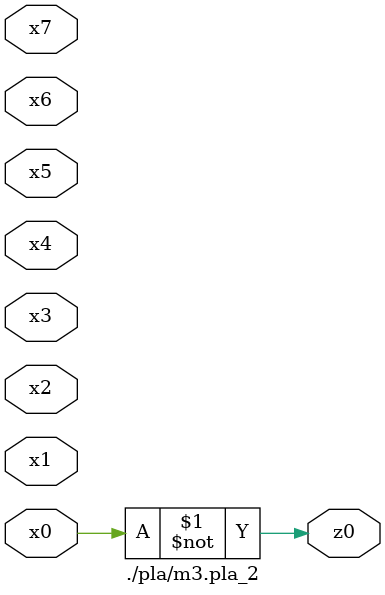
<source format=v>

module \./pla/m3.pla_2  ( 
    x0, x1, x2, x3, x4, x5, x6, x7,
    z0  );
  input  x0, x1, x2, x3, x4, x5, x6, x7;
  output z0;
  assign z0 = ~x0;
endmodule



</source>
